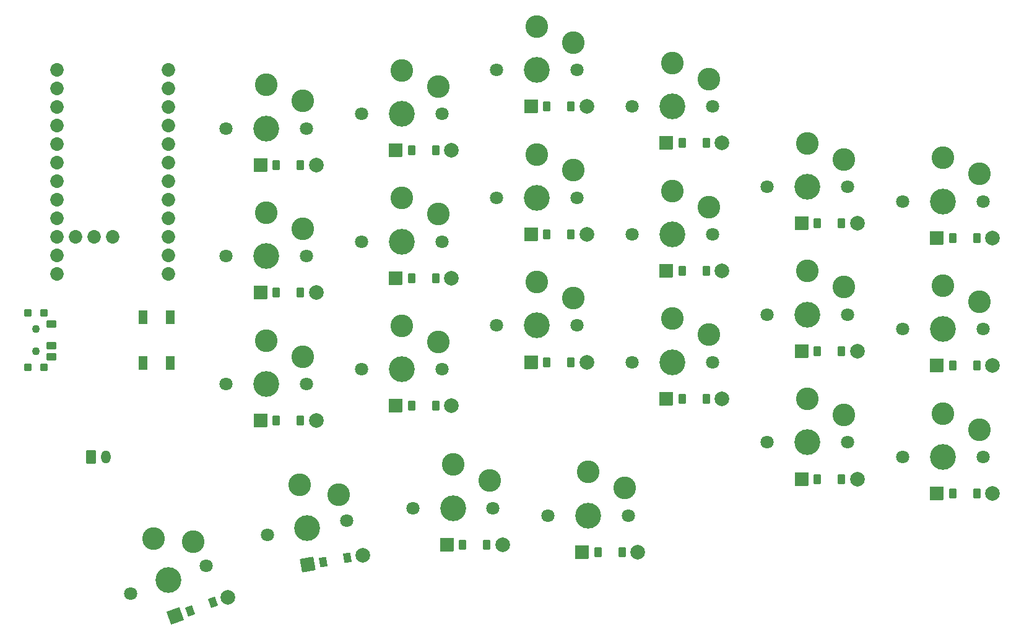
<source format=gbr>
%TF.GenerationSoftware,KiCad,Pcbnew,8.0.4*%
%TF.CreationDate,2024-08-22T13:25:10+01:00*%
%TF.ProjectId,right (v2 backup),72696768-7420-4287-9632-206261636b75,v1.0.0*%
%TF.SameCoordinates,Original*%
%TF.FileFunction,Soldermask,Top*%
%TF.FilePolarity,Negative*%
%FSLAX46Y46*%
G04 Gerber Fmt 4.6, Leading zero omitted, Abs format (unit mm)*
G04 Created by KiCad (PCBNEW 8.0.4) date 2024-08-22 13:25:10*
%MOMM*%
%LPD*%
G01*
G04 APERTURE LIST*
G04 Aperture macros list*
%AMRoundRect*
0 Rectangle with rounded corners*
0 $1 Rounding radius*
0 $2 $3 $4 $5 $6 $7 $8 $9 X,Y pos of 4 corners*
0 Add a 4 corners polygon primitive as box body*
4,1,4,$2,$3,$4,$5,$6,$7,$8,$9,$2,$3,0*
0 Add four circle primitives for the rounded corners*
1,1,$1+$1,$2,$3*
1,1,$1+$1,$4,$5*
1,1,$1+$1,$6,$7*
1,1,$1+$1,$8,$9*
0 Add four rect primitives between the rounded corners*
20,1,$1+$1,$2,$3,$4,$5,0*
20,1,$1+$1,$4,$5,$6,$7,0*
20,1,$1+$1,$6,$7,$8,$9,0*
20,1,$1+$1,$8,$9,$2,$3,0*%
G04 Aperture macros list end*
%ADD10C,3.529000*%
%ADD11C,1.801800*%
%ADD12C,3.100000*%
%ADD13RoundRect,0.050000X-0.450000X-0.600000X0.450000X-0.600000X0.450000X0.600000X-0.450000X0.600000X0*%
%ADD14RoundRect,0.050000X-0.889000X-0.889000X0.889000X-0.889000X0.889000X0.889000X-0.889000X0.889000X0*%
%ADD15C,2.005000*%
%ADD16RoundRect,0.050000X-0.338975X-0.669026X0.547352X-0.512743X0.338975X0.669026X-0.547352X0.512743X0*%
%ADD17RoundRect,0.050000X-0.721121X-1.029867X1.029867X-0.721121X0.721121X1.029867X-1.029867X0.721121X0*%
%ADD18RoundRect,0.050000X-0.217650X-0.717725X0.628074X-0.409907X0.217650X0.717725X-0.628074X0.409907X0*%
%ADD19RoundRect,0.050000X-0.531331X-1.139443X1.139443X-0.531331X0.531331X1.139443X-1.139443X0.531331X0*%
%ADD20C,1.852600*%
%ADD21RoundRect,0.050000X0.550000X-0.900000X0.550000X0.900000X-0.550000X0.900000X-0.550000X-0.900000X0*%
%ADD22C,1.100000*%
%ADD23RoundRect,0.050000X0.625000X-0.450000X0.625000X0.450000X-0.625000X0.450000X-0.625000X-0.450000X0*%
%ADD24RoundRect,0.050000X0.450000X-0.450000X0.450000X0.450000X-0.450000X0.450000X-0.450000X-0.450000X0*%
%ADD25RoundRect,0.050000X-0.600000X-0.850000X0.600000X-0.850000X0.600000X0.850000X-0.600000X0.850000X0*%
%ADD26O,1.300000X1.800000*%
G04 APERTURE END LIST*
D10*
%TO.C,S1*%
X385565179Y-82480608D03*
D11*
X391065179Y-82480608D03*
X380065179Y-82480608D03*
D12*
X390565180Y-78730608D03*
X385565179Y-76530607D03*
%TD*%
D10*
%TO.C,S2*%
X385565178Y-64980609D03*
D11*
X391065178Y-64980609D03*
X380065178Y-64980609D03*
D12*
X390565179Y-61230609D03*
X385565178Y-59030608D03*
%TD*%
D10*
%TO.C,S3*%
X385565177Y-47480608D03*
D11*
X391065177Y-47480608D03*
X380065177Y-47480608D03*
D12*
X390565178Y-43730608D03*
X385565177Y-41530607D03*
%TD*%
D10*
%TO.C,S4*%
X367065176Y-80480610D03*
D11*
X372565176Y-80480610D03*
X361565176Y-80480610D03*
D12*
X372065177Y-76730610D03*
X367065176Y-74530609D03*
%TD*%
D10*
%TO.C,S5*%
X367065178Y-62980608D03*
D11*
X372565178Y-62980608D03*
X361565178Y-62980608D03*
D12*
X372065179Y-59230608D03*
X367065178Y-57030607D03*
%TD*%
D10*
%TO.C,S6*%
X367065178Y-45480608D03*
D11*
X372565178Y-45480608D03*
X361565178Y-45480608D03*
D12*
X372065179Y-41730608D03*
X367065178Y-39530607D03*
%TD*%
D10*
%TO.C,S7*%
X348565179Y-69480608D03*
D11*
X354065179Y-69480608D03*
X343065179Y-69480608D03*
D12*
X353565180Y-65730608D03*
X348565179Y-63530607D03*
%TD*%
D10*
%TO.C,S8*%
X348565178Y-51980608D03*
D11*
X354065178Y-51980608D03*
X343065178Y-51980608D03*
D12*
X353565179Y-48230608D03*
X348565178Y-46030607D03*
%TD*%
D10*
%TO.C,S9*%
X348565179Y-34480608D03*
D11*
X354065179Y-34480608D03*
X343065179Y-34480608D03*
D12*
X353565180Y-30730608D03*
X348565179Y-28530607D03*
%TD*%
D10*
%TO.C,S10*%
X330065179Y-64480609D03*
D11*
X335565179Y-64480609D03*
X324565179Y-64480609D03*
D12*
X335065180Y-60730609D03*
X330065179Y-58530608D03*
%TD*%
D10*
%TO.C,S11*%
X330065178Y-46980608D03*
D11*
X335565178Y-46980608D03*
X324565178Y-46980608D03*
D12*
X335065179Y-43230608D03*
X330065178Y-41030607D03*
%TD*%
D10*
%TO.C,S12*%
X330065179Y-29480609D03*
D11*
X335565179Y-29480609D03*
X324565179Y-29480609D03*
D12*
X335065180Y-25730609D03*
X330065179Y-23530608D03*
%TD*%
D10*
%TO.C,S13*%
X311565178Y-70480608D03*
D11*
X317065178Y-70480608D03*
X306065178Y-70480608D03*
D12*
X316565179Y-66730608D03*
X311565178Y-64530607D03*
%TD*%
D10*
%TO.C,S14*%
X311565178Y-52980609D03*
D11*
X317065178Y-52980609D03*
X306065178Y-52980609D03*
D12*
X316565179Y-49230609D03*
X311565178Y-47030608D03*
%TD*%
D10*
%TO.C,S15*%
X311565177Y-35480608D03*
D11*
X317065177Y-35480608D03*
X306065177Y-35480608D03*
D12*
X316565178Y-31730608D03*
X311565177Y-29530607D03*
%TD*%
D10*
%TO.C,S16*%
X293065178Y-72480609D03*
D11*
X298565178Y-72480609D03*
X287565178Y-72480609D03*
D12*
X298065179Y-68730609D03*
X293065178Y-66530608D03*
%TD*%
D10*
%TO.C,S17*%
X293065178Y-54980609D03*
D11*
X298565178Y-54980609D03*
X287565178Y-54980609D03*
D12*
X298065179Y-51230609D03*
X293065178Y-49030608D03*
%TD*%
D10*
%TO.C,S18*%
X293065178Y-37480608D03*
D11*
X298565178Y-37480608D03*
X287565178Y-37480608D03*
D12*
X298065179Y-33730608D03*
X293065178Y-31530607D03*
%TD*%
D10*
%TO.C,S19*%
X337065178Y-90480607D03*
D11*
X342565178Y-90480607D03*
X331565178Y-90480607D03*
D12*
X342065179Y-86730607D03*
X337065178Y-84530606D03*
%TD*%
D10*
%TO.C,S20*%
X318565178Y-89480608D03*
D11*
X324065178Y-89480608D03*
X313065178Y-89480608D03*
D12*
X323565179Y-85730608D03*
X318565178Y-83530607D03*
%TD*%
D10*
%TO.C,S21*%
X298639075Y-92180172D03*
D11*
X304055518Y-91225107D03*
X293222632Y-93135237D03*
D12*
X302911934Y-87618902D03*
X297605868Y-86320566D03*
%TD*%
D10*
%TO.C,S22*%
X279658116Y-99283663D03*
D11*
X284826425Y-97402552D03*
X274489807Y-101164774D03*
D12*
X283074004Y-94049715D03*
X277623096Y-93692492D03*
%TD*%
D13*
%TO.C,D1*%
X386915178Y-87480611D03*
X390215178Y-87480609D03*
D14*
X384755178Y-87480610D03*
D15*
X392375178Y-87480610D03*
%TD*%
D13*
%TO.C,D2*%
X386915179Y-69980609D03*
X390215179Y-69980607D03*
D14*
X384755179Y-69980608D03*
D15*
X392375179Y-69980608D03*
%TD*%
D13*
%TO.C,D3*%
X386915177Y-52480610D03*
X390215177Y-52480608D03*
D14*
X384755177Y-52480609D03*
D15*
X392375177Y-52480609D03*
%TD*%
D13*
%TO.C,D4*%
X368415178Y-85480610D03*
X371715178Y-85480608D03*
D14*
X366255178Y-85480609D03*
D15*
X373875178Y-85480609D03*
%TD*%
D13*
%TO.C,D5*%
X368415176Y-67980610D03*
X371715176Y-67980608D03*
D14*
X366255176Y-67980609D03*
D15*
X373875176Y-67980609D03*
%TD*%
D13*
%TO.C,D6*%
X368415179Y-50480610D03*
X371715179Y-50480608D03*
D14*
X366255179Y-50480609D03*
D15*
X373875179Y-50480609D03*
%TD*%
D13*
%TO.C,D7*%
X349915177Y-74480610D03*
X353215177Y-74480608D03*
D14*
X347755177Y-74480609D03*
D15*
X355375177Y-74480609D03*
%TD*%
D13*
%TO.C,D8*%
X349915179Y-56980609D03*
X353215179Y-56980607D03*
D14*
X347755179Y-56980608D03*
D15*
X355375179Y-56980608D03*
%TD*%
D13*
%TO.C,D9*%
X349915178Y-39480610D03*
X353215178Y-39480608D03*
D14*
X347755178Y-39480609D03*
D15*
X355375178Y-39480609D03*
%TD*%
D13*
%TO.C,D10*%
X331415177Y-69480610D03*
X334715177Y-69480608D03*
D14*
X329255177Y-69480609D03*
D15*
X336875177Y-69480609D03*
%TD*%
D13*
%TO.C,D11*%
X331415178Y-51980609D03*
X334715178Y-51980607D03*
D14*
X329255178Y-51980608D03*
D15*
X336875178Y-51980608D03*
%TD*%
D13*
%TO.C,D12*%
X331415179Y-34480610D03*
X334715179Y-34480608D03*
D14*
X329255179Y-34480609D03*
D15*
X336875179Y-34480609D03*
%TD*%
D13*
%TO.C,D13*%
X312915179Y-75480611D03*
X316215179Y-75480609D03*
D14*
X310755179Y-75480610D03*
D15*
X318375179Y-75480610D03*
%TD*%
D13*
%TO.C,D14*%
X312915177Y-57980609D03*
X316215177Y-57980607D03*
D14*
X310755177Y-57980608D03*
D15*
X318375177Y-57980608D03*
%TD*%
D13*
%TO.C,D15*%
X312915178Y-40480610D03*
X316215178Y-40480608D03*
D14*
X310755178Y-40480609D03*
D15*
X318375178Y-40480609D03*
%TD*%
D13*
%TO.C,D16*%
X294415178Y-77480611D03*
X297715178Y-77480609D03*
D14*
X292255178Y-77480610D03*
D15*
X299875178Y-77480610D03*
%TD*%
D13*
%TO.C,D17*%
X294415179Y-59980608D03*
X297715179Y-59980606D03*
D14*
X292255179Y-59980607D03*
D15*
X299875179Y-59980607D03*
%TD*%
D13*
%TO.C,D18*%
X294415178Y-42480610D03*
X297715178Y-42480608D03*
D14*
X292255178Y-42480609D03*
D15*
X299875178Y-42480609D03*
%TD*%
D13*
%TO.C,D19*%
X338415176Y-95480610D03*
X341715176Y-95480608D03*
D14*
X336255176Y-95480609D03*
D15*
X343875176Y-95480609D03*
%TD*%
D13*
%TO.C,D20*%
X319915178Y-94480609D03*
X323215178Y-94480607D03*
D14*
X317755178Y-94480608D03*
D15*
X325375178Y-94480608D03*
%TD*%
D16*
%TO.C,D21*%
X300836806Y-96869785D03*
X304086672Y-96296749D03*
D17*
X298709621Y-97244867D03*
D15*
X306213857Y-95921667D03*
%TD*%
D18*
%TO.C,D22*%
X282636801Y-103520398D03*
X285737787Y-102391734D03*
D19*
X280607065Y-104259163D03*
D15*
X287767523Y-101652969D03*
%TD*%
D20*
%TO.C,MCU1*%
X264445178Y-29510610D03*
X264445178Y-32050609D03*
X264445178Y-34590609D03*
X264445178Y-37130609D03*
X264445178Y-39670609D03*
X264445178Y-42210609D03*
X264445178Y-44750609D03*
X264445178Y-47290609D03*
X264445179Y-49830609D03*
X264445178Y-52370609D03*
X264445178Y-54910609D03*
X264445178Y-57450609D03*
X279685178Y-57450608D03*
X279685178Y-54910609D03*
X279685178Y-52370609D03*
X279685178Y-49830609D03*
X279685178Y-47290609D03*
X279685178Y-44750609D03*
X279685178Y-42210609D03*
X279685178Y-39670609D03*
X279685177Y-37130609D03*
X279685178Y-34590609D03*
X279685178Y-32050609D03*
X279685178Y-29510609D03*
X266985178Y-52370609D03*
X269525178Y-52370609D03*
X272065178Y-52370609D03*
%TD*%
D21*
%TO.C,B1*%
X276215179Y-69580607D03*
X276215179Y-63380607D03*
X279915179Y-69580607D03*
X279915179Y-63380607D03*
%TD*%
D22*
%TO.C,T1*%
X261565178Y-64980607D03*
X261565178Y-67980607D03*
D23*
X263640179Y-64230607D03*
X263640178Y-67230607D03*
X263640178Y-68730607D03*
D24*
X260465178Y-62780607D03*
X262665178Y-62780607D03*
X262665178Y-70180607D03*
X260465178Y-70180607D03*
%TD*%
D25*
%TO.C,JST1*%
X269065178Y-82480608D03*
D26*
X271065178Y-82480608D03*
%TD*%
M02*

</source>
